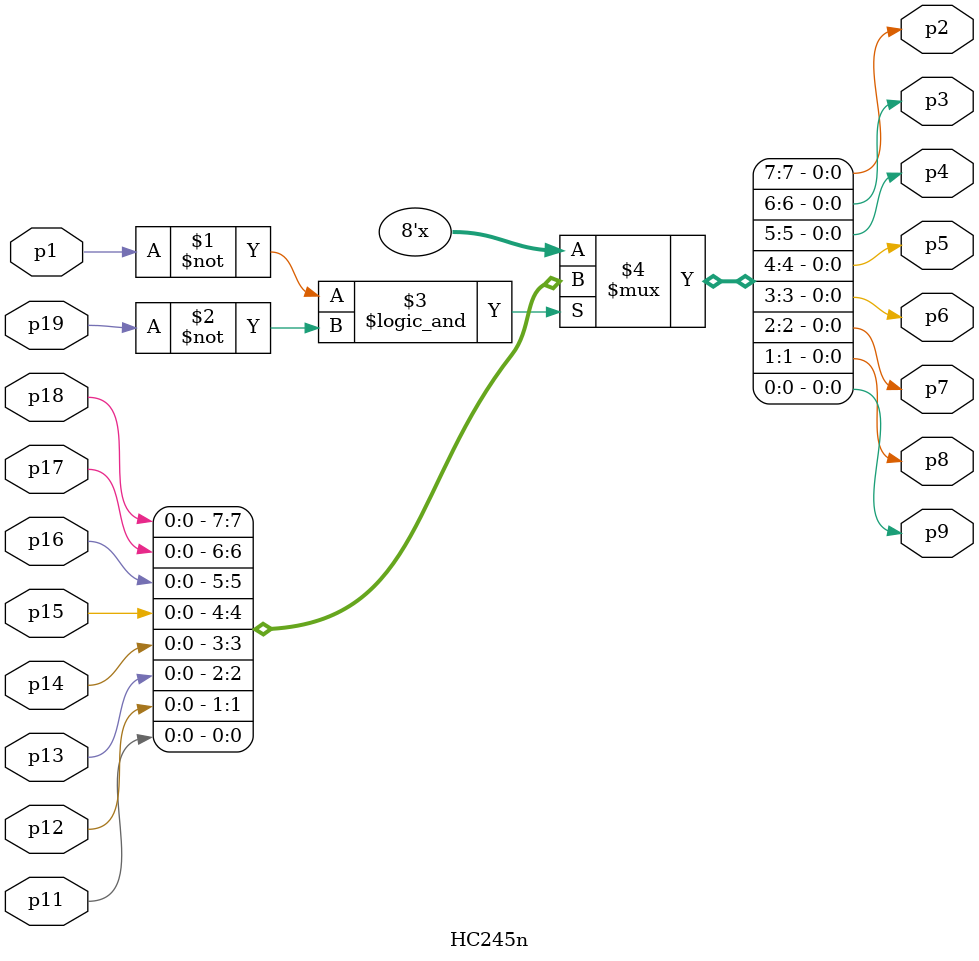
<source format=v>

module HC245n(
    output wire p2,p3,p4,p5,p6,p7,p8,p9,
	input wire p18,p17,p16,p15,p14,p13,p12,p11,
	input wire p1,p19
);

assign {p2,p3,p4,p5,p6,p7,p8,p9} = (~p1 && ~p19)?{p18,p17,p16,p15,p14,p13,p12,p11}:8'bZZZZZZZZ;

endmodule
</source>
